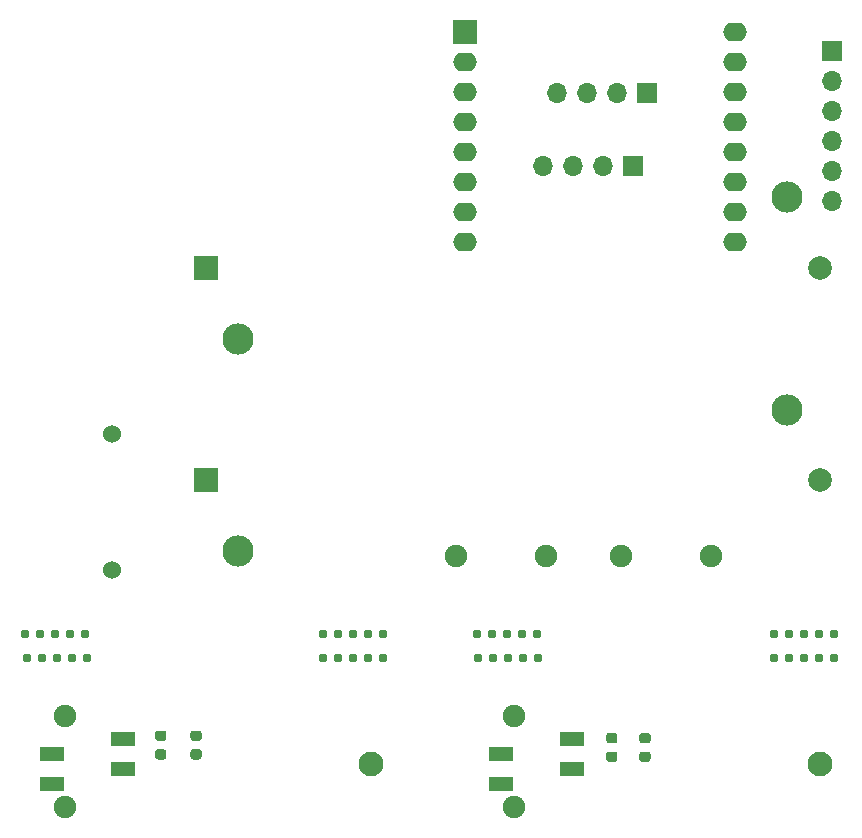
<source format=gbs>
G04 #@! TF.GenerationSoftware,KiCad,Pcbnew,(5.1.7)-1*
G04 #@! TF.CreationDate,2021-06-29T10:57:19+02:00*
G04 #@! TF.ProjectId,TwomesSensor,54776f6d-6573-4536-956e-736f722e6b69,rev?*
G04 #@! TF.SameCoordinates,Original*
G04 #@! TF.FileFunction,Soldermask,Bot*
G04 #@! TF.FilePolarity,Negative*
%FSLAX46Y46*%
G04 Gerber Fmt 4.6, Leading zero omitted, Abs format (unit mm)*
G04 Created by KiCad (PCBNEW (5.1.7)-1) date 2021-06-29 10:57:19*
%MOMM*%
%LPD*%
G01*
G04 APERTURE LIST*
%ADD10O,1.700000X1.700000*%
%ADD11R,1.700000X1.700000*%
%ADD12C,2.100000*%
%ADD13C,0.787400*%
%ADD14C,1.900000*%
%ADD15R,2.000000X1.200000*%
%ADD16R,2.000000X2.000000*%
%ADD17C,2.000000*%
%ADD18C,2.640000*%
%ADD19C,1.524000*%
%ADD20O,2.000000X1.600000*%
G04 APERTURE END LIST*
D10*
X92580000Y-52400000D03*
X95120000Y-52400000D03*
X97660000Y-52400000D03*
D11*
X100200000Y-52400000D03*
D12*
X78000000Y-103000000D03*
D13*
X87090000Y-94000000D03*
X88360000Y-94000000D03*
X92170000Y-94000000D03*
X90900000Y-94000000D03*
X89630000Y-94000000D03*
D12*
X116000000Y-103000000D03*
D13*
X112160000Y-94000000D03*
X113430000Y-94000000D03*
X117240000Y-94000000D03*
X115970000Y-94000000D03*
X114700000Y-94000000D03*
D14*
X90100000Y-98970000D03*
X90100000Y-106630000D03*
D15*
X95000000Y-100900000D03*
X95000000Y-103440000D03*
X89000000Y-102170000D03*
X89000000Y-104710000D03*
G36*
G01*
X63456250Y-101050000D02*
X62943750Y-101050000D01*
G75*
G02*
X62725000Y-100831250I0J218750D01*
G01*
X62725000Y-100393750D01*
G75*
G02*
X62943750Y-100175000I218750J0D01*
G01*
X63456250Y-100175000D01*
G75*
G02*
X63675000Y-100393750I0J-218750D01*
G01*
X63675000Y-100831250D01*
G75*
G02*
X63456250Y-101050000I-218750J0D01*
G01*
G37*
G36*
G01*
X63456250Y-102625000D02*
X62943750Y-102625000D01*
G75*
G02*
X62725000Y-102406250I0J218750D01*
G01*
X62725000Y-101968750D01*
G75*
G02*
X62943750Y-101750000I218750J0D01*
G01*
X63456250Y-101750000D01*
G75*
G02*
X63675000Y-101968750I0J-218750D01*
G01*
X63675000Y-102406250D01*
G75*
G02*
X63456250Y-102625000I-218750J0D01*
G01*
G37*
D14*
X52100000Y-98970000D03*
X52100000Y-106630000D03*
D15*
X57000000Y-100900000D03*
X57000000Y-103440000D03*
X51000000Y-102170000D03*
X51000000Y-104710000D03*
G36*
G01*
X101456250Y-101250000D02*
X100943750Y-101250000D01*
G75*
G02*
X100725000Y-101031250I0J218750D01*
G01*
X100725000Y-100593750D01*
G75*
G02*
X100943750Y-100375000I218750J0D01*
G01*
X101456250Y-100375000D01*
G75*
G02*
X101675000Y-100593750I0J-218750D01*
G01*
X101675000Y-101031250D01*
G75*
G02*
X101456250Y-101250000I-218750J0D01*
G01*
G37*
G36*
G01*
X101456250Y-102825000D02*
X100943750Y-102825000D01*
G75*
G02*
X100725000Y-102606250I0J218750D01*
G01*
X100725000Y-102168750D01*
G75*
G02*
X100943750Y-101950000I218750J0D01*
G01*
X101456250Y-101950000D01*
G75*
G02*
X101675000Y-102168750I0J-218750D01*
G01*
X101675000Y-102606250D01*
G75*
G02*
X101456250Y-102825000I-218750J0D01*
G01*
G37*
G36*
G01*
X60456250Y-101050000D02*
X59943750Y-101050000D01*
G75*
G02*
X59725000Y-100831250I0J218750D01*
G01*
X59725000Y-100393750D01*
G75*
G02*
X59943750Y-100175000I218750J0D01*
G01*
X60456250Y-100175000D01*
G75*
G02*
X60675000Y-100393750I0J-218750D01*
G01*
X60675000Y-100831250D01*
G75*
G02*
X60456250Y-101050000I-218750J0D01*
G01*
G37*
G36*
G01*
X60456250Y-102625000D02*
X59943750Y-102625000D01*
G75*
G02*
X59725000Y-102406250I0J218750D01*
G01*
X59725000Y-101968750D01*
G75*
G02*
X59943750Y-101750000I218750J0D01*
G01*
X60456250Y-101750000D01*
G75*
G02*
X60675000Y-101968750I0J-218750D01*
G01*
X60675000Y-102406250D01*
G75*
G02*
X60456250Y-102625000I-218750J0D01*
G01*
G37*
G36*
G01*
X98656250Y-101250000D02*
X98143750Y-101250000D01*
G75*
G02*
X97925000Y-101031250I0J218750D01*
G01*
X97925000Y-100593750D01*
G75*
G02*
X98143750Y-100375000I218750J0D01*
G01*
X98656250Y-100375000D01*
G75*
G02*
X98875000Y-100593750I0J-218750D01*
G01*
X98875000Y-101031250D01*
G75*
G02*
X98656250Y-101250000I-218750J0D01*
G01*
G37*
G36*
G01*
X98656250Y-102825000D02*
X98143750Y-102825000D01*
G75*
G02*
X97925000Y-102606250I0J218750D01*
G01*
X97925000Y-102168750D01*
G75*
G02*
X98143750Y-101950000I218750J0D01*
G01*
X98656250Y-101950000D01*
G75*
G02*
X98875000Y-102168750I0J-218750D01*
G01*
X98875000Y-102606250D01*
G75*
G02*
X98656250Y-102825000I-218750J0D01*
G01*
G37*
D13*
X51400000Y-94000000D03*
X52670000Y-94000000D03*
X53940000Y-94000000D03*
X50130000Y-94000000D03*
X48860000Y-94000000D03*
X76470000Y-94000000D03*
X77740000Y-94000000D03*
X79010000Y-94000000D03*
X75200000Y-94000000D03*
X73930000Y-94000000D03*
X89500000Y-92000000D03*
X90770000Y-92000000D03*
X92040000Y-92000000D03*
X88230000Y-92000000D03*
X86960000Y-92000000D03*
X112160000Y-92000000D03*
X113430000Y-92000000D03*
X117240000Y-92000000D03*
X115970000Y-92000000D03*
X114700000Y-92000000D03*
X48730000Y-92000000D03*
X50000000Y-92000000D03*
X53810000Y-92000000D03*
X52540000Y-92000000D03*
X51270000Y-92000000D03*
X76470000Y-92000000D03*
X77740000Y-92000000D03*
X79010000Y-92000000D03*
X75200000Y-92000000D03*
X73930000Y-92000000D03*
D10*
X93780000Y-46200000D03*
X96320000Y-46200000D03*
X98860000Y-46200000D03*
D11*
X101400000Y-46200000D03*
D16*
X64000000Y-61000000D03*
D17*
X115990000Y-61000000D03*
D18*
X113230000Y-55005000D03*
X66750000Y-66995000D03*
D19*
X56100000Y-86550000D03*
X56100000Y-75050000D03*
D20*
X108860000Y-41000000D03*
X108860000Y-43540000D03*
X108860000Y-46080000D03*
X108860000Y-48620000D03*
X108860000Y-51160000D03*
X108860000Y-53700000D03*
X108860000Y-56240000D03*
X108860000Y-58780000D03*
X86000000Y-58780000D03*
X86000000Y-56240000D03*
X86000000Y-53700000D03*
X86000000Y-51160000D03*
X86000000Y-48620000D03*
X86000000Y-46080000D03*
D16*
X86000000Y-41000000D03*
D20*
X86000000Y-43540000D03*
D14*
X106830000Y-85400000D03*
X99170000Y-85400000D03*
X92830000Y-85400000D03*
X85170000Y-85400000D03*
D10*
X117000000Y-55300000D03*
X117000000Y-52760000D03*
X117000000Y-50220000D03*
X117000000Y-47680000D03*
X117000000Y-45140000D03*
D11*
X117000000Y-42600000D03*
D16*
X64000000Y-79000000D03*
D17*
X115990000Y-79000000D03*
D18*
X113230000Y-73005000D03*
X66750000Y-84995000D03*
M02*

</source>
